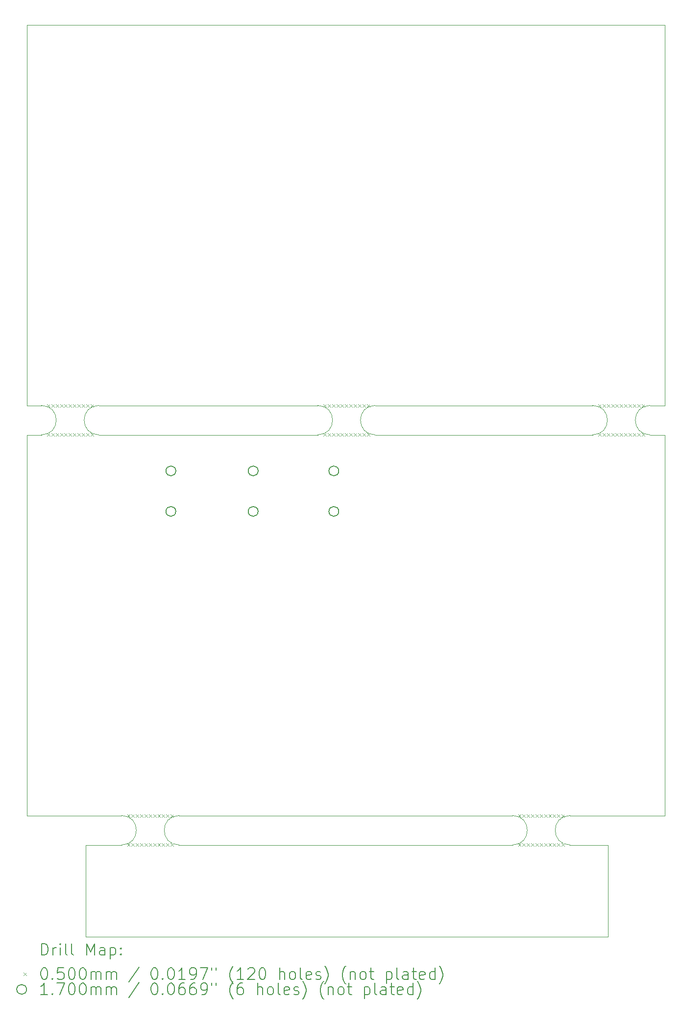
<source format=gbr>
%TF.GenerationSoftware,KiCad,Pcbnew,6.0.9*%
%TF.CreationDate,2023-02-06T16:28:08-08:00*%
%TF.ProjectId,effectpedal,65666665-6374-4706-9564-616c2e6b6963,rev?*%
%TF.SameCoordinates,Original*%
%TF.FileFunction,Drillmap*%
%TF.FilePolarity,Positive*%
%FSLAX45Y45*%
G04 Gerber Fmt 4.5, Leading zero omitted, Abs format (unit mm)*
G04 Created by KiCad (PCBNEW 6.0.9) date 2023-02-06 16:28:08*
%MOMM*%
%LPD*%
G01*
G04 APERTURE LIST*
%ADD10C,0.100000*%
%ADD11C,0.200000*%
%ADD12C,0.050000*%
%ADD13C,0.170000*%
G04 APERTURE END LIST*
D10*
X15849600Y-9131300D02*
X16103600Y-9131300D01*
X15849600Y-9639300D02*
X16103600Y-9639300D01*
X14859000Y-9131300D02*
X11099800Y-9131300D01*
X11099800Y-9639300D02*
X14859000Y-9639300D01*
X10109200Y-9131300D02*
X6324600Y-9131300D01*
X6324600Y-9639300D02*
X10109200Y-9639300D01*
X5334000Y-9131300D02*
X5080000Y-9131300D01*
X5334000Y-9639300D02*
X5080000Y-9639300D01*
X6718300Y-16217900D02*
X5080000Y-16217900D01*
X13474700Y-16217900D02*
X7708900Y-16217900D01*
X16103600Y-16217900D02*
X14465300Y-16217900D01*
X15125700Y-16725900D02*
X14465300Y-16725900D01*
X14465300Y-16217900D02*
G75*
G03*
X14465300Y-16725900I0J-254000D01*
G01*
X13474700Y-16725900D02*
G75*
G03*
X13474700Y-16217900I0J254000D01*
G01*
X7708900Y-16725900D02*
X13474700Y-16725900D01*
X6096000Y-16725900D02*
X6718300Y-16725900D01*
X6718300Y-16725900D02*
G75*
G03*
X6718300Y-16217900I0J254000D01*
G01*
X7708900Y-16217900D02*
G75*
G03*
X7708900Y-16725900I0J-254000D01*
G01*
X5334000Y-9639300D02*
G75*
G03*
X5334000Y-9131300I0J254000D01*
G01*
X6324600Y-9131300D02*
G75*
G03*
X6324600Y-9639300I0J-254000D01*
G01*
X10109200Y-9639300D02*
G75*
G03*
X10109200Y-9131300I0J254000D01*
G01*
X11099800Y-9131300D02*
G75*
G03*
X11099800Y-9639300I0J-254000D01*
G01*
X14859000Y-9639300D02*
G75*
G03*
X14859000Y-9131300I0J254000D01*
G01*
X15849600Y-9131300D02*
G75*
G03*
X15849600Y-9639300I0J-254000D01*
G01*
X16103600Y-9131300D02*
X16103600Y-2552700D01*
X6096000Y-18313400D02*
X6096000Y-16725900D01*
X5080000Y-2552700D02*
X5080000Y-9131300D01*
X16103600Y-9639300D02*
X16103600Y-16217900D01*
X16103600Y-2552700D02*
X5080000Y-2552700D01*
X15125700Y-18313400D02*
X6096000Y-18313400D01*
X15125700Y-16725900D02*
X15125700Y-18313400D01*
X5080000Y-16217900D02*
X5080000Y-9639300D01*
D11*
D12*
X5429300Y-9110300D02*
X5479300Y-9160300D01*
X5479300Y-9110300D02*
X5429300Y-9160300D01*
X5429300Y-9610300D02*
X5479300Y-9660300D01*
X5479300Y-9610300D02*
X5429300Y-9660300D01*
X5504300Y-9110300D02*
X5554300Y-9160300D01*
X5554300Y-9110300D02*
X5504300Y-9160300D01*
X5504300Y-9110300D02*
X5554300Y-9160300D01*
X5554300Y-9110300D02*
X5504300Y-9160300D01*
X5504300Y-9610300D02*
X5554300Y-9660300D01*
X5554300Y-9610300D02*
X5504300Y-9660300D01*
X5504300Y-9610300D02*
X5554300Y-9660300D01*
X5554300Y-9610300D02*
X5504300Y-9660300D01*
X5579300Y-9110300D02*
X5629300Y-9160300D01*
X5629300Y-9110300D02*
X5579300Y-9160300D01*
X5579300Y-9610300D02*
X5629300Y-9660300D01*
X5629300Y-9610300D02*
X5579300Y-9660300D01*
X5654300Y-9110300D02*
X5704300Y-9160300D01*
X5704300Y-9110300D02*
X5654300Y-9160300D01*
X5654300Y-9610300D02*
X5704300Y-9660300D01*
X5704300Y-9610300D02*
X5654300Y-9660300D01*
X5729300Y-9110300D02*
X5779300Y-9160300D01*
X5779300Y-9110300D02*
X5729300Y-9160300D01*
X5729300Y-9610300D02*
X5779300Y-9660300D01*
X5779300Y-9610300D02*
X5729300Y-9660300D01*
X5804300Y-9110300D02*
X5854300Y-9160300D01*
X5854300Y-9110300D02*
X5804300Y-9160300D01*
X5804300Y-9610300D02*
X5854300Y-9660300D01*
X5854300Y-9610300D02*
X5804300Y-9660300D01*
X5879300Y-9110300D02*
X5929300Y-9160300D01*
X5929300Y-9110300D02*
X5879300Y-9160300D01*
X5879300Y-9610300D02*
X5929300Y-9660300D01*
X5929300Y-9610300D02*
X5879300Y-9660300D01*
X5954300Y-9110300D02*
X6004300Y-9160300D01*
X6004300Y-9110300D02*
X5954300Y-9160300D01*
X5954300Y-9610300D02*
X6004300Y-9660300D01*
X6004300Y-9610300D02*
X5954300Y-9660300D01*
X6029300Y-9110300D02*
X6079300Y-9160300D01*
X6079300Y-9110300D02*
X6029300Y-9160300D01*
X6029300Y-9610300D02*
X6079300Y-9660300D01*
X6079300Y-9610300D02*
X6029300Y-9660300D01*
X6104300Y-9110300D02*
X6154300Y-9160300D01*
X6154300Y-9110300D02*
X6104300Y-9160300D01*
X6104300Y-9610300D02*
X6154300Y-9660300D01*
X6154300Y-9610300D02*
X6104300Y-9660300D01*
X6179300Y-9110300D02*
X6229300Y-9160300D01*
X6229300Y-9110300D02*
X6179300Y-9160300D01*
X6179300Y-9610300D02*
X6229300Y-9660300D01*
X6229300Y-9610300D02*
X6179300Y-9660300D01*
X6813600Y-16196900D02*
X6863600Y-16246900D01*
X6863600Y-16196900D02*
X6813600Y-16246900D01*
X6813600Y-16696900D02*
X6863600Y-16746900D01*
X6863600Y-16696900D02*
X6813600Y-16746900D01*
X6888600Y-16196900D02*
X6938600Y-16246900D01*
X6938600Y-16196900D02*
X6888600Y-16246900D01*
X6888600Y-16196900D02*
X6938600Y-16246900D01*
X6938600Y-16196900D02*
X6888600Y-16246900D01*
X6888600Y-16696900D02*
X6938600Y-16746900D01*
X6938600Y-16696900D02*
X6888600Y-16746900D01*
X6888600Y-16696900D02*
X6938600Y-16746900D01*
X6938600Y-16696900D02*
X6888600Y-16746900D01*
X6963600Y-16196900D02*
X7013600Y-16246900D01*
X7013600Y-16196900D02*
X6963600Y-16246900D01*
X6963600Y-16696900D02*
X7013600Y-16746900D01*
X7013600Y-16696900D02*
X6963600Y-16746900D01*
X7038600Y-16196900D02*
X7088600Y-16246900D01*
X7088600Y-16196900D02*
X7038600Y-16246900D01*
X7038600Y-16696900D02*
X7088600Y-16746900D01*
X7088600Y-16696900D02*
X7038600Y-16746900D01*
X7113600Y-16196900D02*
X7163600Y-16246900D01*
X7163600Y-16196900D02*
X7113600Y-16246900D01*
X7113600Y-16696900D02*
X7163600Y-16746900D01*
X7163600Y-16696900D02*
X7113600Y-16746900D01*
X7188600Y-16196900D02*
X7238600Y-16246900D01*
X7238600Y-16196900D02*
X7188600Y-16246900D01*
X7188600Y-16696900D02*
X7238600Y-16746900D01*
X7238600Y-16696900D02*
X7188600Y-16746900D01*
X7263600Y-16196900D02*
X7313600Y-16246900D01*
X7313600Y-16196900D02*
X7263600Y-16246900D01*
X7263600Y-16696900D02*
X7313600Y-16746900D01*
X7313600Y-16696900D02*
X7263600Y-16746900D01*
X7338600Y-16196900D02*
X7388600Y-16246900D01*
X7388600Y-16196900D02*
X7338600Y-16246900D01*
X7338600Y-16696900D02*
X7388600Y-16746900D01*
X7388600Y-16696900D02*
X7338600Y-16746900D01*
X7413600Y-16196900D02*
X7463600Y-16246900D01*
X7463600Y-16196900D02*
X7413600Y-16246900D01*
X7413600Y-16696900D02*
X7463600Y-16746900D01*
X7463600Y-16696900D02*
X7413600Y-16746900D01*
X7488600Y-16196900D02*
X7538600Y-16246900D01*
X7538600Y-16196900D02*
X7488600Y-16246900D01*
X7488600Y-16696900D02*
X7538600Y-16746900D01*
X7538600Y-16696900D02*
X7488600Y-16746900D01*
X7563600Y-16196900D02*
X7613600Y-16246900D01*
X7613600Y-16196900D02*
X7563600Y-16246900D01*
X7563600Y-16696900D02*
X7613600Y-16746900D01*
X7613600Y-16696900D02*
X7563600Y-16746900D01*
X10204500Y-9110300D02*
X10254500Y-9160300D01*
X10254500Y-9110300D02*
X10204500Y-9160300D01*
X10204500Y-9610300D02*
X10254500Y-9660300D01*
X10254500Y-9610300D02*
X10204500Y-9660300D01*
X10279500Y-9110300D02*
X10329500Y-9160300D01*
X10329500Y-9110300D02*
X10279500Y-9160300D01*
X10279500Y-9110300D02*
X10329500Y-9160300D01*
X10329500Y-9110300D02*
X10279500Y-9160300D01*
X10279500Y-9610300D02*
X10329500Y-9660300D01*
X10329500Y-9610300D02*
X10279500Y-9660300D01*
X10279500Y-9610300D02*
X10329500Y-9660300D01*
X10329500Y-9610300D02*
X10279500Y-9660300D01*
X10354500Y-9110300D02*
X10404500Y-9160300D01*
X10404500Y-9110300D02*
X10354500Y-9160300D01*
X10354500Y-9610300D02*
X10404500Y-9660300D01*
X10404500Y-9610300D02*
X10354500Y-9660300D01*
X10429500Y-9110300D02*
X10479500Y-9160300D01*
X10479500Y-9110300D02*
X10429500Y-9160300D01*
X10429500Y-9610300D02*
X10479500Y-9660300D01*
X10479500Y-9610300D02*
X10429500Y-9660300D01*
X10504500Y-9110300D02*
X10554500Y-9160300D01*
X10554500Y-9110300D02*
X10504500Y-9160300D01*
X10504500Y-9610300D02*
X10554500Y-9660300D01*
X10554500Y-9610300D02*
X10504500Y-9660300D01*
X10579500Y-9110300D02*
X10629500Y-9160300D01*
X10629500Y-9110300D02*
X10579500Y-9160300D01*
X10579500Y-9610300D02*
X10629500Y-9660300D01*
X10629500Y-9610300D02*
X10579500Y-9660300D01*
X10654500Y-9110300D02*
X10704500Y-9160300D01*
X10704500Y-9110300D02*
X10654500Y-9160300D01*
X10654500Y-9610300D02*
X10704500Y-9660300D01*
X10704500Y-9610300D02*
X10654500Y-9660300D01*
X10729500Y-9110300D02*
X10779500Y-9160300D01*
X10779500Y-9110300D02*
X10729500Y-9160300D01*
X10729500Y-9610300D02*
X10779500Y-9660300D01*
X10779500Y-9610300D02*
X10729500Y-9660300D01*
X10804500Y-9110300D02*
X10854500Y-9160300D01*
X10854500Y-9110300D02*
X10804500Y-9160300D01*
X10804500Y-9610300D02*
X10854500Y-9660300D01*
X10854500Y-9610300D02*
X10804500Y-9660300D01*
X10879500Y-9110300D02*
X10929500Y-9160300D01*
X10929500Y-9110300D02*
X10879500Y-9160300D01*
X10879500Y-9610300D02*
X10929500Y-9660300D01*
X10929500Y-9610300D02*
X10879500Y-9660300D01*
X10954500Y-9110300D02*
X11004500Y-9160300D01*
X11004500Y-9110300D02*
X10954500Y-9160300D01*
X10954500Y-9610300D02*
X11004500Y-9660300D01*
X11004500Y-9610300D02*
X10954500Y-9660300D01*
X13570000Y-16196900D02*
X13620000Y-16246900D01*
X13620000Y-16196900D02*
X13570000Y-16246900D01*
X13570000Y-16696900D02*
X13620000Y-16746900D01*
X13620000Y-16696900D02*
X13570000Y-16746900D01*
X13645000Y-16196900D02*
X13695000Y-16246900D01*
X13695000Y-16196900D02*
X13645000Y-16246900D01*
X13645000Y-16196900D02*
X13695000Y-16246900D01*
X13695000Y-16196900D02*
X13645000Y-16246900D01*
X13645000Y-16696900D02*
X13695000Y-16746900D01*
X13695000Y-16696900D02*
X13645000Y-16746900D01*
X13645000Y-16696900D02*
X13695000Y-16746900D01*
X13695000Y-16696900D02*
X13645000Y-16746900D01*
X13720000Y-16196900D02*
X13770000Y-16246900D01*
X13770000Y-16196900D02*
X13720000Y-16246900D01*
X13720000Y-16696900D02*
X13770000Y-16746900D01*
X13770000Y-16696900D02*
X13720000Y-16746900D01*
X13795000Y-16196900D02*
X13845000Y-16246900D01*
X13845000Y-16196900D02*
X13795000Y-16246900D01*
X13795000Y-16696900D02*
X13845000Y-16746900D01*
X13845000Y-16696900D02*
X13795000Y-16746900D01*
X13870000Y-16196900D02*
X13920000Y-16246900D01*
X13920000Y-16196900D02*
X13870000Y-16246900D01*
X13870000Y-16696900D02*
X13920000Y-16746900D01*
X13920000Y-16696900D02*
X13870000Y-16746900D01*
X13945000Y-16196900D02*
X13995000Y-16246900D01*
X13995000Y-16196900D02*
X13945000Y-16246900D01*
X13945000Y-16696900D02*
X13995000Y-16746900D01*
X13995000Y-16696900D02*
X13945000Y-16746900D01*
X14020000Y-16196900D02*
X14070000Y-16246900D01*
X14070000Y-16196900D02*
X14020000Y-16246900D01*
X14020000Y-16696900D02*
X14070000Y-16746900D01*
X14070000Y-16696900D02*
X14020000Y-16746900D01*
X14095000Y-16196900D02*
X14145000Y-16246900D01*
X14145000Y-16196900D02*
X14095000Y-16246900D01*
X14095000Y-16696900D02*
X14145000Y-16746900D01*
X14145000Y-16696900D02*
X14095000Y-16746900D01*
X14170000Y-16196900D02*
X14220000Y-16246900D01*
X14220000Y-16196900D02*
X14170000Y-16246900D01*
X14170000Y-16696900D02*
X14220000Y-16746900D01*
X14220000Y-16696900D02*
X14170000Y-16746900D01*
X14245000Y-16196900D02*
X14295000Y-16246900D01*
X14295000Y-16196900D02*
X14245000Y-16246900D01*
X14245000Y-16696900D02*
X14295000Y-16746900D01*
X14295000Y-16696900D02*
X14245000Y-16746900D01*
X14320000Y-16196900D02*
X14370000Y-16246900D01*
X14370000Y-16196900D02*
X14320000Y-16246900D01*
X14320000Y-16696900D02*
X14370000Y-16746900D01*
X14370000Y-16696900D02*
X14320000Y-16746900D01*
X14954300Y-9110300D02*
X15004300Y-9160300D01*
X15004300Y-9110300D02*
X14954300Y-9160300D01*
X14954300Y-9610300D02*
X15004300Y-9660300D01*
X15004300Y-9610300D02*
X14954300Y-9660300D01*
X15029300Y-9110300D02*
X15079300Y-9160300D01*
X15079300Y-9110300D02*
X15029300Y-9160300D01*
X15029300Y-9110300D02*
X15079300Y-9160300D01*
X15079300Y-9110300D02*
X15029300Y-9160300D01*
X15029300Y-9610300D02*
X15079300Y-9660300D01*
X15079300Y-9610300D02*
X15029300Y-9660300D01*
X15029300Y-9610300D02*
X15079300Y-9660300D01*
X15079300Y-9610300D02*
X15029300Y-9660300D01*
X15104300Y-9110300D02*
X15154300Y-9160300D01*
X15154300Y-9110300D02*
X15104300Y-9160300D01*
X15104300Y-9610300D02*
X15154300Y-9660300D01*
X15154300Y-9610300D02*
X15104300Y-9660300D01*
X15179300Y-9110300D02*
X15229300Y-9160300D01*
X15229300Y-9110300D02*
X15179300Y-9160300D01*
X15179300Y-9610300D02*
X15229300Y-9660300D01*
X15229300Y-9610300D02*
X15179300Y-9660300D01*
X15254300Y-9110300D02*
X15304300Y-9160300D01*
X15304300Y-9110300D02*
X15254300Y-9160300D01*
X15254300Y-9610300D02*
X15304300Y-9660300D01*
X15304300Y-9610300D02*
X15254300Y-9660300D01*
X15329300Y-9110300D02*
X15379300Y-9160300D01*
X15379300Y-9110300D02*
X15329300Y-9160300D01*
X15329300Y-9610300D02*
X15379300Y-9660300D01*
X15379300Y-9610300D02*
X15329300Y-9660300D01*
X15404300Y-9110300D02*
X15454300Y-9160300D01*
X15454300Y-9110300D02*
X15404300Y-9160300D01*
X15404300Y-9610300D02*
X15454300Y-9660300D01*
X15454300Y-9610300D02*
X15404300Y-9660300D01*
X15479300Y-9110300D02*
X15529300Y-9160300D01*
X15529300Y-9110300D02*
X15479300Y-9160300D01*
X15479300Y-9610300D02*
X15529300Y-9660300D01*
X15529300Y-9610300D02*
X15479300Y-9660300D01*
X15554300Y-9110300D02*
X15604300Y-9160300D01*
X15604300Y-9110300D02*
X15554300Y-9160300D01*
X15554300Y-9610300D02*
X15604300Y-9660300D01*
X15604300Y-9610300D02*
X15554300Y-9660300D01*
X15629300Y-9110300D02*
X15679300Y-9160300D01*
X15679300Y-9110300D02*
X15629300Y-9160300D01*
X15629300Y-9610300D02*
X15679300Y-9660300D01*
X15679300Y-9610300D02*
X15629300Y-9660300D01*
X15704300Y-9110300D02*
X15754300Y-9160300D01*
X15754300Y-9110300D02*
X15704300Y-9160300D01*
X15704300Y-9610300D02*
X15754300Y-9660300D01*
X15754300Y-9610300D02*
X15704300Y-9660300D01*
D13*
X7654200Y-10262600D02*
G75*
G03*
X7654200Y-10262600I-85000J0D01*
G01*
X7654200Y-10962600D02*
G75*
G03*
X7654200Y-10962600I-85000J0D01*
G01*
X9076600Y-10262600D02*
G75*
G03*
X9076600Y-10262600I-85000J0D01*
G01*
X9076600Y-10962600D02*
G75*
G03*
X9076600Y-10962600I-85000J0D01*
G01*
X10469900Y-10262600D02*
G75*
G03*
X10469900Y-10262600I-85000J0D01*
G01*
X10469900Y-10962600D02*
G75*
G03*
X10469900Y-10962600I-85000J0D01*
G01*
D11*
X5332619Y-18628876D02*
X5332619Y-18428876D01*
X5380238Y-18428876D01*
X5408810Y-18438400D01*
X5427857Y-18457448D01*
X5437381Y-18476495D01*
X5446905Y-18514590D01*
X5446905Y-18543162D01*
X5437381Y-18581257D01*
X5427857Y-18600305D01*
X5408810Y-18619352D01*
X5380238Y-18628876D01*
X5332619Y-18628876D01*
X5532619Y-18628876D02*
X5532619Y-18495543D01*
X5532619Y-18533638D02*
X5542143Y-18514590D01*
X5551667Y-18505067D01*
X5570714Y-18495543D01*
X5589762Y-18495543D01*
X5656428Y-18628876D02*
X5656428Y-18495543D01*
X5656428Y-18428876D02*
X5646905Y-18438400D01*
X5656428Y-18447924D01*
X5665952Y-18438400D01*
X5656428Y-18428876D01*
X5656428Y-18447924D01*
X5780238Y-18628876D02*
X5761190Y-18619352D01*
X5751667Y-18600305D01*
X5751667Y-18428876D01*
X5885000Y-18628876D02*
X5865952Y-18619352D01*
X5856428Y-18600305D01*
X5856428Y-18428876D01*
X6113571Y-18628876D02*
X6113571Y-18428876D01*
X6180238Y-18571733D01*
X6246905Y-18428876D01*
X6246905Y-18628876D01*
X6427857Y-18628876D02*
X6427857Y-18524114D01*
X6418333Y-18505067D01*
X6399286Y-18495543D01*
X6361190Y-18495543D01*
X6342143Y-18505067D01*
X6427857Y-18619352D02*
X6408809Y-18628876D01*
X6361190Y-18628876D01*
X6342143Y-18619352D01*
X6332619Y-18600305D01*
X6332619Y-18581257D01*
X6342143Y-18562210D01*
X6361190Y-18552686D01*
X6408809Y-18552686D01*
X6427857Y-18543162D01*
X6523095Y-18495543D02*
X6523095Y-18695543D01*
X6523095Y-18505067D02*
X6542143Y-18495543D01*
X6580238Y-18495543D01*
X6599286Y-18505067D01*
X6608809Y-18514590D01*
X6618333Y-18533638D01*
X6618333Y-18590781D01*
X6608809Y-18609829D01*
X6599286Y-18619352D01*
X6580238Y-18628876D01*
X6542143Y-18628876D01*
X6523095Y-18619352D01*
X6704048Y-18609829D02*
X6713571Y-18619352D01*
X6704048Y-18628876D01*
X6694524Y-18619352D01*
X6704048Y-18609829D01*
X6704048Y-18628876D01*
X6704048Y-18505067D02*
X6713571Y-18514590D01*
X6704048Y-18524114D01*
X6694524Y-18514590D01*
X6704048Y-18505067D01*
X6704048Y-18524114D01*
D12*
X5025000Y-18933400D02*
X5075000Y-18983400D01*
X5075000Y-18933400D02*
X5025000Y-18983400D01*
D11*
X5370714Y-18848876D02*
X5389762Y-18848876D01*
X5408810Y-18858400D01*
X5418333Y-18867924D01*
X5427857Y-18886971D01*
X5437381Y-18925067D01*
X5437381Y-18972686D01*
X5427857Y-19010781D01*
X5418333Y-19029829D01*
X5408810Y-19039352D01*
X5389762Y-19048876D01*
X5370714Y-19048876D01*
X5351667Y-19039352D01*
X5342143Y-19029829D01*
X5332619Y-19010781D01*
X5323095Y-18972686D01*
X5323095Y-18925067D01*
X5332619Y-18886971D01*
X5342143Y-18867924D01*
X5351667Y-18858400D01*
X5370714Y-18848876D01*
X5523095Y-19029829D02*
X5532619Y-19039352D01*
X5523095Y-19048876D01*
X5513571Y-19039352D01*
X5523095Y-19029829D01*
X5523095Y-19048876D01*
X5713571Y-18848876D02*
X5618333Y-18848876D01*
X5608809Y-18944114D01*
X5618333Y-18934590D01*
X5637381Y-18925067D01*
X5685000Y-18925067D01*
X5704048Y-18934590D01*
X5713571Y-18944114D01*
X5723095Y-18963162D01*
X5723095Y-19010781D01*
X5713571Y-19029829D01*
X5704048Y-19039352D01*
X5685000Y-19048876D01*
X5637381Y-19048876D01*
X5618333Y-19039352D01*
X5608809Y-19029829D01*
X5846905Y-18848876D02*
X5865952Y-18848876D01*
X5885000Y-18858400D01*
X5894524Y-18867924D01*
X5904048Y-18886971D01*
X5913571Y-18925067D01*
X5913571Y-18972686D01*
X5904048Y-19010781D01*
X5894524Y-19029829D01*
X5885000Y-19039352D01*
X5865952Y-19048876D01*
X5846905Y-19048876D01*
X5827857Y-19039352D01*
X5818333Y-19029829D01*
X5808809Y-19010781D01*
X5799286Y-18972686D01*
X5799286Y-18925067D01*
X5808809Y-18886971D01*
X5818333Y-18867924D01*
X5827857Y-18858400D01*
X5846905Y-18848876D01*
X6037381Y-18848876D02*
X6056428Y-18848876D01*
X6075476Y-18858400D01*
X6085000Y-18867924D01*
X6094524Y-18886971D01*
X6104048Y-18925067D01*
X6104048Y-18972686D01*
X6094524Y-19010781D01*
X6085000Y-19029829D01*
X6075476Y-19039352D01*
X6056428Y-19048876D01*
X6037381Y-19048876D01*
X6018333Y-19039352D01*
X6008809Y-19029829D01*
X5999286Y-19010781D01*
X5989762Y-18972686D01*
X5989762Y-18925067D01*
X5999286Y-18886971D01*
X6008809Y-18867924D01*
X6018333Y-18858400D01*
X6037381Y-18848876D01*
X6189762Y-19048876D02*
X6189762Y-18915543D01*
X6189762Y-18934590D02*
X6199286Y-18925067D01*
X6218333Y-18915543D01*
X6246905Y-18915543D01*
X6265952Y-18925067D01*
X6275476Y-18944114D01*
X6275476Y-19048876D01*
X6275476Y-18944114D02*
X6285000Y-18925067D01*
X6304048Y-18915543D01*
X6332619Y-18915543D01*
X6351667Y-18925067D01*
X6361190Y-18944114D01*
X6361190Y-19048876D01*
X6456428Y-19048876D02*
X6456428Y-18915543D01*
X6456428Y-18934590D02*
X6465952Y-18925067D01*
X6485000Y-18915543D01*
X6513571Y-18915543D01*
X6532619Y-18925067D01*
X6542143Y-18944114D01*
X6542143Y-19048876D01*
X6542143Y-18944114D02*
X6551667Y-18925067D01*
X6570714Y-18915543D01*
X6599286Y-18915543D01*
X6618333Y-18925067D01*
X6627857Y-18944114D01*
X6627857Y-19048876D01*
X7018333Y-18839352D02*
X6846905Y-19096495D01*
X7275476Y-18848876D02*
X7294524Y-18848876D01*
X7313571Y-18858400D01*
X7323095Y-18867924D01*
X7332619Y-18886971D01*
X7342143Y-18925067D01*
X7342143Y-18972686D01*
X7332619Y-19010781D01*
X7323095Y-19029829D01*
X7313571Y-19039352D01*
X7294524Y-19048876D01*
X7275476Y-19048876D01*
X7256428Y-19039352D01*
X7246905Y-19029829D01*
X7237381Y-19010781D01*
X7227857Y-18972686D01*
X7227857Y-18925067D01*
X7237381Y-18886971D01*
X7246905Y-18867924D01*
X7256428Y-18858400D01*
X7275476Y-18848876D01*
X7427857Y-19029829D02*
X7437381Y-19039352D01*
X7427857Y-19048876D01*
X7418333Y-19039352D01*
X7427857Y-19029829D01*
X7427857Y-19048876D01*
X7561190Y-18848876D02*
X7580238Y-18848876D01*
X7599286Y-18858400D01*
X7608809Y-18867924D01*
X7618333Y-18886971D01*
X7627857Y-18925067D01*
X7627857Y-18972686D01*
X7618333Y-19010781D01*
X7608809Y-19029829D01*
X7599286Y-19039352D01*
X7580238Y-19048876D01*
X7561190Y-19048876D01*
X7542143Y-19039352D01*
X7532619Y-19029829D01*
X7523095Y-19010781D01*
X7513571Y-18972686D01*
X7513571Y-18925067D01*
X7523095Y-18886971D01*
X7532619Y-18867924D01*
X7542143Y-18858400D01*
X7561190Y-18848876D01*
X7818333Y-19048876D02*
X7704048Y-19048876D01*
X7761190Y-19048876D02*
X7761190Y-18848876D01*
X7742143Y-18877448D01*
X7723095Y-18896495D01*
X7704048Y-18906019D01*
X7913571Y-19048876D02*
X7951667Y-19048876D01*
X7970714Y-19039352D01*
X7980238Y-19029829D01*
X7999286Y-19001257D01*
X8008809Y-18963162D01*
X8008809Y-18886971D01*
X7999286Y-18867924D01*
X7989762Y-18858400D01*
X7970714Y-18848876D01*
X7932619Y-18848876D01*
X7913571Y-18858400D01*
X7904048Y-18867924D01*
X7894524Y-18886971D01*
X7894524Y-18934590D01*
X7904048Y-18953638D01*
X7913571Y-18963162D01*
X7932619Y-18972686D01*
X7970714Y-18972686D01*
X7989762Y-18963162D01*
X7999286Y-18953638D01*
X8008809Y-18934590D01*
X8075476Y-18848876D02*
X8208809Y-18848876D01*
X8123095Y-19048876D01*
X8275476Y-18848876D02*
X8275476Y-18886971D01*
X8351667Y-18848876D02*
X8351667Y-18886971D01*
X8646905Y-19125067D02*
X8637381Y-19115543D01*
X8618333Y-19086971D01*
X8608810Y-19067924D01*
X8599286Y-19039352D01*
X8589762Y-18991733D01*
X8589762Y-18953638D01*
X8599286Y-18906019D01*
X8608810Y-18877448D01*
X8618333Y-18858400D01*
X8637381Y-18829829D01*
X8646905Y-18820305D01*
X8827857Y-19048876D02*
X8713571Y-19048876D01*
X8770714Y-19048876D02*
X8770714Y-18848876D01*
X8751667Y-18877448D01*
X8732619Y-18896495D01*
X8713571Y-18906019D01*
X8904048Y-18867924D02*
X8913571Y-18858400D01*
X8932619Y-18848876D01*
X8980238Y-18848876D01*
X8999286Y-18858400D01*
X9008810Y-18867924D01*
X9018333Y-18886971D01*
X9018333Y-18906019D01*
X9008810Y-18934590D01*
X8894524Y-19048876D01*
X9018333Y-19048876D01*
X9142143Y-18848876D02*
X9161190Y-18848876D01*
X9180238Y-18858400D01*
X9189762Y-18867924D01*
X9199286Y-18886971D01*
X9208810Y-18925067D01*
X9208810Y-18972686D01*
X9199286Y-19010781D01*
X9189762Y-19029829D01*
X9180238Y-19039352D01*
X9161190Y-19048876D01*
X9142143Y-19048876D01*
X9123095Y-19039352D01*
X9113571Y-19029829D01*
X9104048Y-19010781D01*
X9094524Y-18972686D01*
X9094524Y-18925067D01*
X9104048Y-18886971D01*
X9113571Y-18867924D01*
X9123095Y-18858400D01*
X9142143Y-18848876D01*
X9446905Y-19048876D02*
X9446905Y-18848876D01*
X9532619Y-19048876D02*
X9532619Y-18944114D01*
X9523095Y-18925067D01*
X9504048Y-18915543D01*
X9475476Y-18915543D01*
X9456429Y-18925067D01*
X9446905Y-18934590D01*
X9656429Y-19048876D02*
X9637381Y-19039352D01*
X9627857Y-19029829D01*
X9618333Y-19010781D01*
X9618333Y-18953638D01*
X9627857Y-18934590D01*
X9637381Y-18925067D01*
X9656429Y-18915543D01*
X9685000Y-18915543D01*
X9704048Y-18925067D01*
X9713571Y-18934590D01*
X9723095Y-18953638D01*
X9723095Y-19010781D01*
X9713571Y-19029829D01*
X9704048Y-19039352D01*
X9685000Y-19048876D01*
X9656429Y-19048876D01*
X9837381Y-19048876D02*
X9818333Y-19039352D01*
X9808810Y-19020305D01*
X9808810Y-18848876D01*
X9989762Y-19039352D02*
X9970714Y-19048876D01*
X9932619Y-19048876D01*
X9913571Y-19039352D01*
X9904048Y-19020305D01*
X9904048Y-18944114D01*
X9913571Y-18925067D01*
X9932619Y-18915543D01*
X9970714Y-18915543D01*
X9989762Y-18925067D01*
X9999286Y-18944114D01*
X9999286Y-18963162D01*
X9904048Y-18982210D01*
X10075476Y-19039352D02*
X10094524Y-19048876D01*
X10132619Y-19048876D01*
X10151667Y-19039352D01*
X10161190Y-19020305D01*
X10161190Y-19010781D01*
X10151667Y-18991733D01*
X10132619Y-18982210D01*
X10104048Y-18982210D01*
X10085000Y-18972686D01*
X10075476Y-18953638D01*
X10075476Y-18944114D01*
X10085000Y-18925067D01*
X10104048Y-18915543D01*
X10132619Y-18915543D01*
X10151667Y-18925067D01*
X10227857Y-19125067D02*
X10237381Y-19115543D01*
X10256429Y-19086971D01*
X10265952Y-19067924D01*
X10275476Y-19039352D01*
X10285000Y-18991733D01*
X10285000Y-18953638D01*
X10275476Y-18906019D01*
X10265952Y-18877448D01*
X10256429Y-18858400D01*
X10237381Y-18829829D01*
X10227857Y-18820305D01*
X10589762Y-19125067D02*
X10580238Y-19115543D01*
X10561190Y-19086971D01*
X10551667Y-19067924D01*
X10542143Y-19039352D01*
X10532619Y-18991733D01*
X10532619Y-18953638D01*
X10542143Y-18906019D01*
X10551667Y-18877448D01*
X10561190Y-18858400D01*
X10580238Y-18829829D01*
X10589762Y-18820305D01*
X10665952Y-18915543D02*
X10665952Y-19048876D01*
X10665952Y-18934590D02*
X10675476Y-18925067D01*
X10694524Y-18915543D01*
X10723095Y-18915543D01*
X10742143Y-18925067D01*
X10751667Y-18944114D01*
X10751667Y-19048876D01*
X10875476Y-19048876D02*
X10856429Y-19039352D01*
X10846905Y-19029829D01*
X10837381Y-19010781D01*
X10837381Y-18953638D01*
X10846905Y-18934590D01*
X10856429Y-18925067D01*
X10875476Y-18915543D01*
X10904048Y-18915543D01*
X10923095Y-18925067D01*
X10932619Y-18934590D01*
X10942143Y-18953638D01*
X10942143Y-19010781D01*
X10932619Y-19029829D01*
X10923095Y-19039352D01*
X10904048Y-19048876D01*
X10875476Y-19048876D01*
X10999286Y-18915543D02*
X11075476Y-18915543D01*
X11027857Y-18848876D02*
X11027857Y-19020305D01*
X11037381Y-19039352D01*
X11056429Y-19048876D01*
X11075476Y-19048876D01*
X11294524Y-18915543D02*
X11294524Y-19115543D01*
X11294524Y-18925067D02*
X11313571Y-18915543D01*
X11351667Y-18915543D01*
X11370714Y-18925067D01*
X11380238Y-18934590D01*
X11389762Y-18953638D01*
X11389762Y-19010781D01*
X11380238Y-19029829D01*
X11370714Y-19039352D01*
X11351667Y-19048876D01*
X11313571Y-19048876D01*
X11294524Y-19039352D01*
X11504048Y-19048876D02*
X11485000Y-19039352D01*
X11475476Y-19020305D01*
X11475476Y-18848876D01*
X11665952Y-19048876D02*
X11665952Y-18944114D01*
X11656428Y-18925067D01*
X11637381Y-18915543D01*
X11599286Y-18915543D01*
X11580238Y-18925067D01*
X11665952Y-19039352D02*
X11646905Y-19048876D01*
X11599286Y-19048876D01*
X11580238Y-19039352D01*
X11570714Y-19020305D01*
X11570714Y-19001257D01*
X11580238Y-18982210D01*
X11599286Y-18972686D01*
X11646905Y-18972686D01*
X11665952Y-18963162D01*
X11732619Y-18915543D02*
X11808809Y-18915543D01*
X11761190Y-18848876D02*
X11761190Y-19020305D01*
X11770714Y-19039352D01*
X11789762Y-19048876D01*
X11808809Y-19048876D01*
X11951667Y-19039352D02*
X11932619Y-19048876D01*
X11894524Y-19048876D01*
X11875476Y-19039352D01*
X11865952Y-19020305D01*
X11865952Y-18944114D01*
X11875476Y-18925067D01*
X11894524Y-18915543D01*
X11932619Y-18915543D01*
X11951667Y-18925067D01*
X11961190Y-18944114D01*
X11961190Y-18963162D01*
X11865952Y-18982210D01*
X12132619Y-19048876D02*
X12132619Y-18848876D01*
X12132619Y-19039352D02*
X12113571Y-19048876D01*
X12075476Y-19048876D01*
X12056428Y-19039352D01*
X12046905Y-19029829D01*
X12037381Y-19010781D01*
X12037381Y-18953638D01*
X12046905Y-18934590D01*
X12056428Y-18925067D01*
X12075476Y-18915543D01*
X12113571Y-18915543D01*
X12132619Y-18925067D01*
X12208809Y-19125067D02*
X12218333Y-19115543D01*
X12237381Y-19086971D01*
X12246905Y-19067924D01*
X12256428Y-19039352D01*
X12265952Y-18991733D01*
X12265952Y-18953638D01*
X12256428Y-18906019D01*
X12246905Y-18877448D01*
X12237381Y-18858400D01*
X12218333Y-18829829D01*
X12208809Y-18820305D01*
D13*
X5075000Y-19222400D02*
G75*
G03*
X5075000Y-19222400I-85000J0D01*
G01*
D11*
X5437381Y-19312876D02*
X5323095Y-19312876D01*
X5380238Y-19312876D02*
X5380238Y-19112876D01*
X5361190Y-19141448D01*
X5342143Y-19160495D01*
X5323095Y-19170019D01*
X5523095Y-19293829D02*
X5532619Y-19303352D01*
X5523095Y-19312876D01*
X5513571Y-19303352D01*
X5523095Y-19293829D01*
X5523095Y-19312876D01*
X5599286Y-19112876D02*
X5732619Y-19112876D01*
X5646905Y-19312876D01*
X5846905Y-19112876D02*
X5865952Y-19112876D01*
X5885000Y-19122400D01*
X5894524Y-19131924D01*
X5904048Y-19150971D01*
X5913571Y-19189067D01*
X5913571Y-19236686D01*
X5904048Y-19274781D01*
X5894524Y-19293829D01*
X5885000Y-19303352D01*
X5865952Y-19312876D01*
X5846905Y-19312876D01*
X5827857Y-19303352D01*
X5818333Y-19293829D01*
X5808809Y-19274781D01*
X5799286Y-19236686D01*
X5799286Y-19189067D01*
X5808809Y-19150971D01*
X5818333Y-19131924D01*
X5827857Y-19122400D01*
X5846905Y-19112876D01*
X6037381Y-19112876D02*
X6056428Y-19112876D01*
X6075476Y-19122400D01*
X6085000Y-19131924D01*
X6094524Y-19150971D01*
X6104048Y-19189067D01*
X6104048Y-19236686D01*
X6094524Y-19274781D01*
X6085000Y-19293829D01*
X6075476Y-19303352D01*
X6056428Y-19312876D01*
X6037381Y-19312876D01*
X6018333Y-19303352D01*
X6008809Y-19293829D01*
X5999286Y-19274781D01*
X5989762Y-19236686D01*
X5989762Y-19189067D01*
X5999286Y-19150971D01*
X6008809Y-19131924D01*
X6018333Y-19122400D01*
X6037381Y-19112876D01*
X6189762Y-19312876D02*
X6189762Y-19179543D01*
X6189762Y-19198590D02*
X6199286Y-19189067D01*
X6218333Y-19179543D01*
X6246905Y-19179543D01*
X6265952Y-19189067D01*
X6275476Y-19208114D01*
X6275476Y-19312876D01*
X6275476Y-19208114D02*
X6285000Y-19189067D01*
X6304048Y-19179543D01*
X6332619Y-19179543D01*
X6351667Y-19189067D01*
X6361190Y-19208114D01*
X6361190Y-19312876D01*
X6456428Y-19312876D02*
X6456428Y-19179543D01*
X6456428Y-19198590D02*
X6465952Y-19189067D01*
X6485000Y-19179543D01*
X6513571Y-19179543D01*
X6532619Y-19189067D01*
X6542143Y-19208114D01*
X6542143Y-19312876D01*
X6542143Y-19208114D02*
X6551667Y-19189067D01*
X6570714Y-19179543D01*
X6599286Y-19179543D01*
X6618333Y-19189067D01*
X6627857Y-19208114D01*
X6627857Y-19312876D01*
X7018333Y-19103352D02*
X6846905Y-19360495D01*
X7275476Y-19112876D02*
X7294524Y-19112876D01*
X7313571Y-19122400D01*
X7323095Y-19131924D01*
X7332619Y-19150971D01*
X7342143Y-19189067D01*
X7342143Y-19236686D01*
X7332619Y-19274781D01*
X7323095Y-19293829D01*
X7313571Y-19303352D01*
X7294524Y-19312876D01*
X7275476Y-19312876D01*
X7256428Y-19303352D01*
X7246905Y-19293829D01*
X7237381Y-19274781D01*
X7227857Y-19236686D01*
X7227857Y-19189067D01*
X7237381Y-19150971D01*
X7246905Y-19131924D01*
X7256428Y-19122400D01*
X7275476Y-19112876D01*
X7427857Y-19293829D02*
X7437381Y-19303352D01*
X7427857Y-19312876D01*
X7418333Y-19303352D01*
X7427857Y-19293829D01*
X7427857Y-19312876D01*
X7561190Y-19112876D02*
X7580238Y-19112876D01*
X7599286Y-19122400D01*
X7608809Y-19131924D01*
X7618333Y-19150971D01*
X7627857Y-19189067D01*
X7627857Y-19236686D01*
X7618333Y-19274781D01*
X7608809Y-19293829D01*
X7599286Y-19303352D01*
X7580238Y-19312876D01*
X7561190Y-19312876D01*
X7542143Y-19303352D01*
X7532619Y-19293829D01*
X7523095Y-19274781D01*
X7513571Y-19236686D01*
X7513571Y-19189067D01*
X7523095Y-19150971D01*
X7532619Y-19131924D01*
X7542143Y-19122400D01*
X7561190Y-19112876D01*
X7799286Y-19112876D02*
X7761190Y-19112876D01*
X7742143Y-19122400D01*
X7732619Y-19131924D01*
X7713571Y-19160495D01*
X7704048Y-19198590D01*
X7704048Y-19274781D01*
X7713571Y-19293829D01*
X7723095Y-19303352D01*
X7742143Y-19312876D01*
X7780238Y-19312876D01*
X7799286Y-19303352D01*
X7808809Y-19293829D01*
X7818333Y-19274781D01*
X7818333Y-19227162D01*
X7808809Y-19208114D01*
X7799286Y-19198590D01*
X7780238Y-19189067D01*
X7742143Y-19189067D01*
X7723095Y-19198590D01*
X7713571Y-19208114D01*
X7704048Y-19227162D01*
X7989762Y-19112876D02*
X7951667Y-19112876D01*
X7932619Y-19122400D01*
X7923095Y-19131924D01*
X7904048Y-19160495D01*
X7894524Y-19198590D01*
X7894524Y-19274781D01*
X7904048Y-19293829D01*
X7913571Y-19303352D01*
X7932619Y-19312876D01*
X7970714Y-19312876D01*
X7989762Y-19303352D01*
X7999286Y-19293829D01*
X8008809Y-19274781D01*
X8008809Y-19227162D01*
X7999286Y-19208114D01*
X7989762Y-19198590D01*
X7970714Y-19189067D01*
X7932619Y-19189067D01*
X7913571Y-19198590D01*
X7904048Y-19208114D01*
X7894524Y-19227162D01*
X8104048Y-19312876D02*
X8142143Y-19312876D01*
X8161190Y-19303352D01*
X8170714Y-19293829D01*
X8189762Y-19265257D01*
X8199286Y-19227162D01*
X8199286Y-19150971D01*
X8189762Y-19131924D01*
X8180238Y-19122400D01*
X8161190Y-19112876D01*
X8123095Y-19112876D01*
X8104048Y-19122400D01*
X8094524Y-19131924D01*
X8085000Y-19150971D01*
X8085000Y-19198590D01*
X8094524Y-19217638D01*
X8104048Y-19227162D01*
X8123095Y-19236686D01*
X8161190Y-19236686D01*
X8180238Y-19227162D01*
X8189762Y-19217638D01*
X8199286Y-19198590D01*
X8275476Y-19112876D02*
X8275476Y-19150971D01*
X8351667Y-19112876D02*
X8351667Y-19150971D01*
X8646905Y-19389067D02*
X8637381Y-19379543D01*
X8618333Y-19350971D01*
X8608810Y-19331924D01*
X8599286Y-19303352D01*
X8589762Y-19255733D01*
X8589762Y-19217638D01*
X8599286Y-19170019D01*
X8608810Y-19141448D01*
X8618333Y-19122400D01*
X8637381Y-19093829D01*
X8646905Y-19084305D01*
X8808810Y-19112876D02*
X8770714Y-19112876D01*
X8751667Y-19122400D01*
X8742143Y-19131924D01*
X8723095Y-19160495D01*
X8713571Y-19198590D01*
X8713571Y-19274781D01*
X8723095Y-19293829D01*
X8732619Y-19303352D01*
X8751667Y-19312876D01*
X8789762Y-19312876D01*
X8808810Y-19303352D01*
X8818333Y-19293829D01*
X8827857Y-19274781D01*
X8827857Y-19227162D01*
X8818333Y-19208114D01*
X8808810Y-19198590D01*
X8789762Y-19189067D01*
X8751667Y-19189067D01*
X8732619Y-19198590D01*
X8723095Y-19208114D01*
X8713571Y-19227162D01*
X9065952Y-19312876D02*
X9065952Y-19112876D01*
X9151667Y-19312876D02*
X9151667Y-19208114D01*
X9142143Y-19189067D01*
X9123095Y-19179543D01*
X9094524Y-19179543D01*
X9075476Y-19189067D01*
X9065952Y-19198590D01*
X9275476Y-19312876D02*
X9256429Y-19303352D01*
X9246905Y-19293829D01*
X9237381Y-19274781D01*
X9237381Y-19217638D01*
X9246905Y-19198590D01*
X9256429Y-19189067D01*
X9275476Y-19179543D01*
X9304048Y-19179543D01*
X9323095Y-19189067D01*
X9332619Y-19198590D01*
X9342143Y-19217638D01*
X9342143Y-19274781D01*
X9332619Y-19293829D01*
X9323095Y-19303352D01*
X9304048Y-19312876D01*
X9275476Y-19312876D01*
X9456429Y-19312876D02*
X9437381Y-19303352D01*
X9427857Y-19284305D01*
X9427857Y-19112876D01*
X9608810Y-19303352D02*
X9589762Y-19312876D01*
X9551667Y-19312876D01*
X9532619Y-19303352D01*
X9523095Y-19284305D01*
X9523095Y-19208114D01*
X9532619Y-19189067D01*
X9551667Y-19179543D01*
X9589762Y-19179543D01*
X9608810Y-19189067D01*
X9618333Y-19208114D01*
X9618333Y-19227162D01*
X9523095Y-19246210D01*
X9694524Y-19303352D02*
X9713571Y-19312876D01*
X9751667Y-19312876D01*
X9770714Y-19303352D01*
X9780238Y-19284305D01*
X9780238Y-19274781D01*
X9770714Y-19255733D01*
X9751667Y-19246210D01*
X9723095Y-19246210D01*
X9704048Y-19236686D01*
X9694524Y-19217638D01*
X9694524Y-19208114D01*
X9704048Y-19189067D01*
X9723095Y-19179543D01*
X9751667Y-19179543D01*
X9770714Y-19189067D01*
X9846905Y-19389067D02*
X9856429Y-19379543D01*
X9875476Y-19350971D01*
X9885000Y-19331924D01*
X9894524Y-19303352D01*
X9904048Y-19255733D01*
X9904048Y-19217638D01*
X9894524Y-19170019D01*
X9885000Y-19141448D01*
X9875476Y-19122400D01*
X9856429Y-19093829D01*
X9846905Y-19084305D01*
X10208810Y-19389067D02*
X10199286Y-19379543D01*
X10180238Y-19350971D01*
X10170714Y-19331924D01*
X10161190Y-19303352D01*
X10151667Y-19255733D01*
X10151667Y-19217638D01*
X10161190Y-19170019D01*
X10170714Y-19141448D01*
X10180238Y-19122400D01*
X10199286Y-19093829D01*
X10208810Y-19084305D01*
X10285000Y-19179543D02*
X10285000Y-19312876D01*
X10285000Y-19198590D02*
X10294524Y-19189067D01*
X10313571Y-19179543D01*
X10342143Y-19179543D01*
X10361190Y-19189067D01*
X10370714Y-19208114D01*
X10370714Y-19312876D01*
X10494524Y-19312876D02*
X10475476Y-19303352D01*
X10465952Y-19293829D01*
X10456429Y-19274781D01*
X10456429Y-19217638D01*
X10465952Y-19198590D01*
X10475476Y-19189067D01*
X10494524Y-19179543D01*
X10523095Y-19179543D01*
X10542143Y-19189067D01*
X10551667Y-19198590D01*
X10561190Y-19217638D01*
X10561190Y-19274781D01*
X10551667Y-19293829D01*
X10542143Y-19303352D01*
X10523095Y-19312876D01*
X10494524Y-19312876D01*
X10618333Y-19179543D02*
X10694524Y-19179543D01*
X10646905Y-19112876D02*
X10646905Y-19284305D01*
X10656429Y-19303352D01*
X10675476Y-19312876D01*
X10694524Y-19312876D01*
X10913571Y-19179543D02*
X10913571Y-19379543D01*
X10913571Y-19189067D02*
X10932619Y-19179543D01*
X10970714Y-19179543D01*
X10989762Y-19189067D01*
X10999286Y-19198590D01*
X11008810Y-19217638D01*
X11008810Y-19274781D01*
X10999286Y-19293829D01*
X10989762Y-19303352D01*
X10970714Y-19312876D01*
X10932619Y-19312876D01*
X10913571Y-19303352D01*
X11123095Y-19312876D02*
X11104048Y-19303352D01*
X11094524Y-19284305D01*
X11094524Y-19112876D01*
X11285000Y-19312876D02*
X11285000Y-19208114D01*
X11275476Y-19189067D01*
X11256428Y-19179543D01*
X11218333Y-19179543D01*
X11199286Y-19189067D01*
X11285000Y-19303352D02*
X11265952Y-19312876D01*
X11218333Y-19312876D01*
X11199286Y-19303352D01*
X11189762Y-19284305D01*
X11189762Y-19265257D01*
X11199286Y-19246210D01*
X11218333Y-19236686D01*
X11265952Y-19236686D01*
X11285000Y-19227162D01*
X11351667Y-19179543D02*
X11427857Y-19179543D01*
X11380238Y-19112876D02*
X11380238Y-19284305D01*
X11389762Y-19303352D01*
X11408809Y-19312876D01*
X11427857Y-19312876D01*
X11570714Y-19303352D02*
X11551667Y-19312876D01*
X11513571Y-19312876D01*
X11494524Y-19303352D01*
X11485000Y-19284305D01*
X11485000Y-19208114D01*
X11494524Y-19189067D01*
X11513571Y-19179543D01*
X11551667Y-19179543D01*
X11570714Y-19189067D01*
X11580238Y-19208114D01*
X11580238Y-19227162D01*
X11485000Y-19246210D01*
X11751667Y-19312876D02*
X11751667Y-19112876D01*
X11751667Y-19303352D02*
X11732619Y-19312876D01*
X11694524Y-19312876D01*
X11675476Y-19303352D01*
X11665952Y-19293829D01*
X11656428Y-19274781D01*
X11656428Y-19217638D01*
X11665952Y-19198590D01*
X11675476Y-19189067D01*
X11694524Y-19179543D01*
X11732619Y-19179543D01*
X11751667Y-19189067D01*
X11827857Y-19389067D02*
X11837381Y-19379543D01*
X11856428Y-19350971D01*
X11865952Y-19331924D01*
X11875476Y-19303352D01*
X11885000Y-19255733D01*
X11885000Y-19217638D01*
X11875476Y-19170019D01*
X11865952Y-19141448D01*
X11856428Y-19122400D01*
X11837381Y-19093829D01*
X11827857Y-19084305D01*
M02*

</source>
